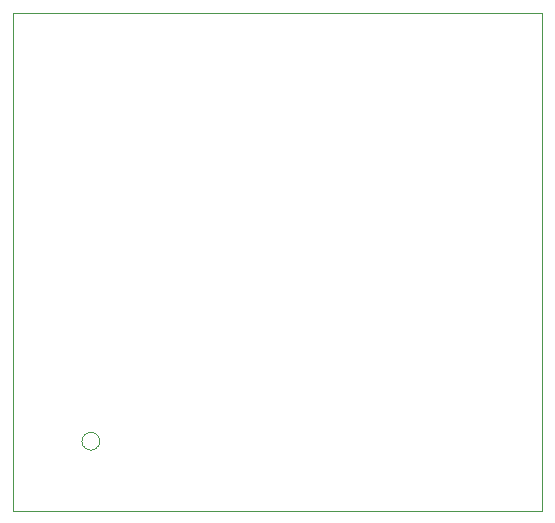
<source format=gm1>
G75*
G70*
%OFA0B0*%
%FSLAX24Y24*%
%IPPOS*%
%LPD*%
%AMOC8*
5,1,8,0,0,1.08239X$1,22.5*
%
%ADD10C,0.0000*%
D10*
X002333Y000888D02*
X019968Y000888D01*
X019968Y017483D01*
X002333Y017483D01*
X002333Y000888D01*
X004607Y003215D02*
X004609Y003249D01*
X004615Y003283D01*
X004625Y003316D01*
X004638Y003347D01*
X004656Y003377D01*
X004676Y003405D01*
X004700Y003430D01*
X004726Y003452D01*
X004754Y003470D01*
X004785Y003486D01*
X004817Y003498D01*
X004851Y003506D01*
X004885Y003510D01*
X004919Y003510D01*
X004953Y003506D01*
X004987Y003498D01*
X005019Y003486D01*
X005049Y003470D01*
X005078Y003452D01*
X005104Y003430D01*
X005128Y003405D01*
X005148Y003377D01*
X005166Y003347D01*
X005179Y003316D01*
X005189Y003283D01*
X005195Y003249D01*
X005197Y003215D01*
X005195Y003181D01*
X005189Y003147D01*
X005179Y003114D01*
X005166Y003083D01*
X005148Y003053D01*
X005128Y003025D01*
X005104Y003000D01*
X005078Y002978D01*
X005050Y002960D01*
X005019Y002944D01*
X004987Y002932D01*
X004953Y002924D01*
X004919Y002920D01*
X004885Y002920D01*
X004851Y002924D01*
X004817Y002932D01*
X004785Y002944D01*
X004754Y002960D01*
X004726Y002978D01*
X004700Y003000D01*
X004676Y003025D01*
X004656Y003053D01*
X004638Y003083D01*
X004625Y003114D01*
X004615Y003147D01*
X004609Y003181D01*
X004607Y003215D01*
M02*

</source>
